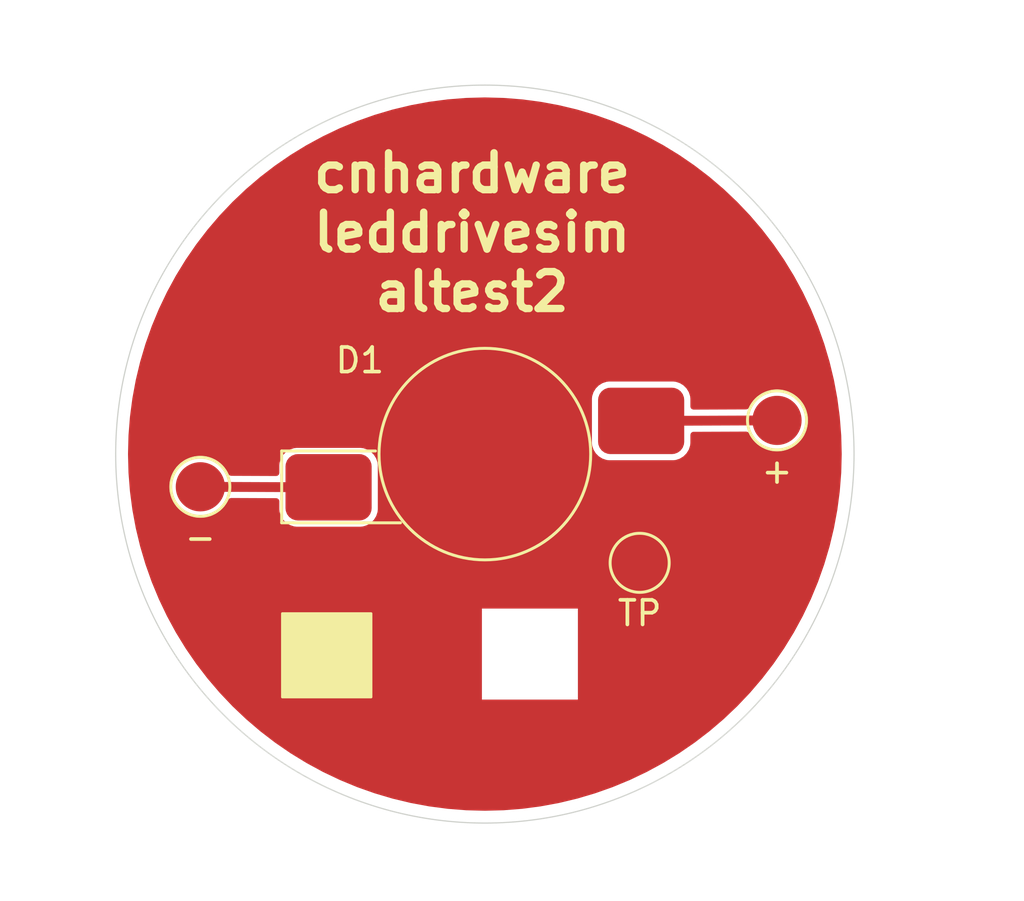
<source format=kicad_pcb>
(kicad_pcb (version 20240108) (generator "pcbnew") (generator_version "8.0")
  (layers (0 "F.Cu" signal) (31 "B.Cu" signal) (34 "B.Paste" user) (35 "F.Paste" user) (36 "B.SilkS" user "B.Silkscreen") (37 "F.SilkS" user "F.Silkscreen") (38 "B.Mask" user) (39 "F.Mask" user) (44 "Edge.Cuts" user))
  (net 0 "")
  (net 1 "Net-(D1-K)")
  (net 2 "Net-(D1-A)")
  (net 3 "GND")
  (footprint "TestPoint:TestPoint_Pad_D2.0mm" (layer "F.Cu") (at 96.71 72.04)
    (property "Reference" "TP3" (hide yes))
    (property "Value" "TP" (at 0 2.05 0) (layer "F.SilkS"))
    (fp_circle (center 0 0) (end 0 1.2) (stroke (width 0.12)) (fill none) (layer "F.SilkS"))
    (pad "1" smd circle (at 0 0) (size 2 2) (layers "F.Cu" "F.Mask") (net 3 "GND"))
  )
  (footprint "TestPoint:TestPoint_Pad_D2.0mm" (layer "F.Cu") (at 78.86 68.95)
    (property "Reference" "TP2" (hide yes))
    (property "Value" "-" (at 0 2.05 0) (layer "F.SilkS"))
    (fp_circle (center 0 0) (end 0 1.2) (stroke (width 0.12)) (fill none) (layer "F.SilkS"))
    (pad "1" smd circle (at 0 0) (size 2 2) (layers "F.Cu" "F.Mask") (net 1 "Net-(D1-K)"))
  )
  (footprint "cnhardware:LED_1W_3W_R8-FOR-ALUMINIUM-SUBSTRATE" (layer "F.Cu") (at 90.42 67.62)
    (property "Reference" "D1" (at -5.08 -3.81 0) (layer "F.SilkS"))
    (property "Value" "LED_1W_3W")
    (fp_line (start -8.255 -0.127) (end -8.255 2.794) (stroke (width 0.12)) (layer "F.SilkS"))
    (fp_line (start -8.255 2.794) (end -3.429 2.794) (stroke (width 0.12)) (layer "F.SilkS"))
    (fp_line (start -4.445 -0.127) (end -8.255 -0.127) (stroke (width 0.12)) (layer "F.SilkS"))
    (fp_circle (center 0 0) (end -4.3 0) (stroke (width 0.12)) (fill none) (layer "F.SilkS"))
    (pad "1" smd roundrect (at -6.35 1.35) (size 3.5 2.7) (layers "F.Cu" "F.Paste" "F.Mask") (roundrect_rratio 0.1851851852) (net 1 "Net-(D1-K)"))
    (pad "2" smd roundrect (at 6.35 -1.35) (size 3.5 2.7) (layers "F.Cu" "F.Paste" "F.Mask") (roundrect_rratio 0.1851851852) (net 2 "Net-(D1-A)"))
    (pad "3" smd circle (at 0 0) (size 7 7) (layers "F.Cu" "F.Mask") (net 3 "GND"))
  )
  (footprint "TestPoint:TestPoint_Pad_D2.0mm" (layer "F.Cu") (at 102.29 66.25)
    (property "Reference" "TP1" (hide yes))
    (property "Value" "+" (at 0 2.05 0) (layer "F.SilkS"))
    (fp_circle (center 0 0) (end 0 1.2) (stroke (width 0.12)) (fill none) (layer "F.SilkS"))
    (pad "1" smd circle (at 0 0) (size 2 2) (layers "F.Cu" "F.Mask") (net 2 "Net-(D1-A)"))
  )
  (gr_rect (start 82.19 74.1) (end 85.8 77.5) (stroke (width 0.1)) (fill solid) (layer "F.SilkS"))
  (gr_circle (center 90.42 67.62) (end 90.44 82.62) (stroke (width 0.05)) (fill none) (layer "Edge.Cuts"))
  (gr_text "cnhardware\nleddrivesim\naltest2" (at 89.9 61.9 0) (layer "F.SilkS") (effects (font (size 1.5 1.5) (thickness 0.3) (bold yes)) (justify bottom)))
  (segment (start 84.07 68.97) (end 78.86 68.95) (width 0.4) (layer "F.Cu") (net 1))
  (segment (start 96.77 66.27) (end 102.29 66.25) (width 0.4) (layer "F.Cu") (net 2))
  (segment (start 90.42 67.62) (end 96.71 72.04) (width 0.2) (layer "F.Cu") (net 3))
  (zone (net 3) (net_name "GND") (layer "F.Cu") (connect_pads yes (clearance 0.25)) (min_thickness 0.25) (fill yes (thermal_gap 0.25) (thermal_bridge_width 0.25) (island_removal_mode 1) (island_area_min 10))
    (polygon (pts (xy 71.23 49.6) (xy 112.33 49.16) (xy 110.92 85.81) (xy 70.72 85.59)))
  )
  (zone (net 0) (net_name "") (layer "F.Cu") (connect_pads (clearance 0)) (min_thickness 0.25)
    (keepout (tracks allowed) (vias allowed) (pads allowed) (copperpour not_allowed) (footprints allowed))
    (fill (thermal_gap 0.5) (thermal_bridge_width 0.5))
    (polygon (pts (xy 90.3 73.9) (xy 94.2 73.9) (xy 94.2 77.6) (xy 90.3 77.6)))
  )
)
</source>
